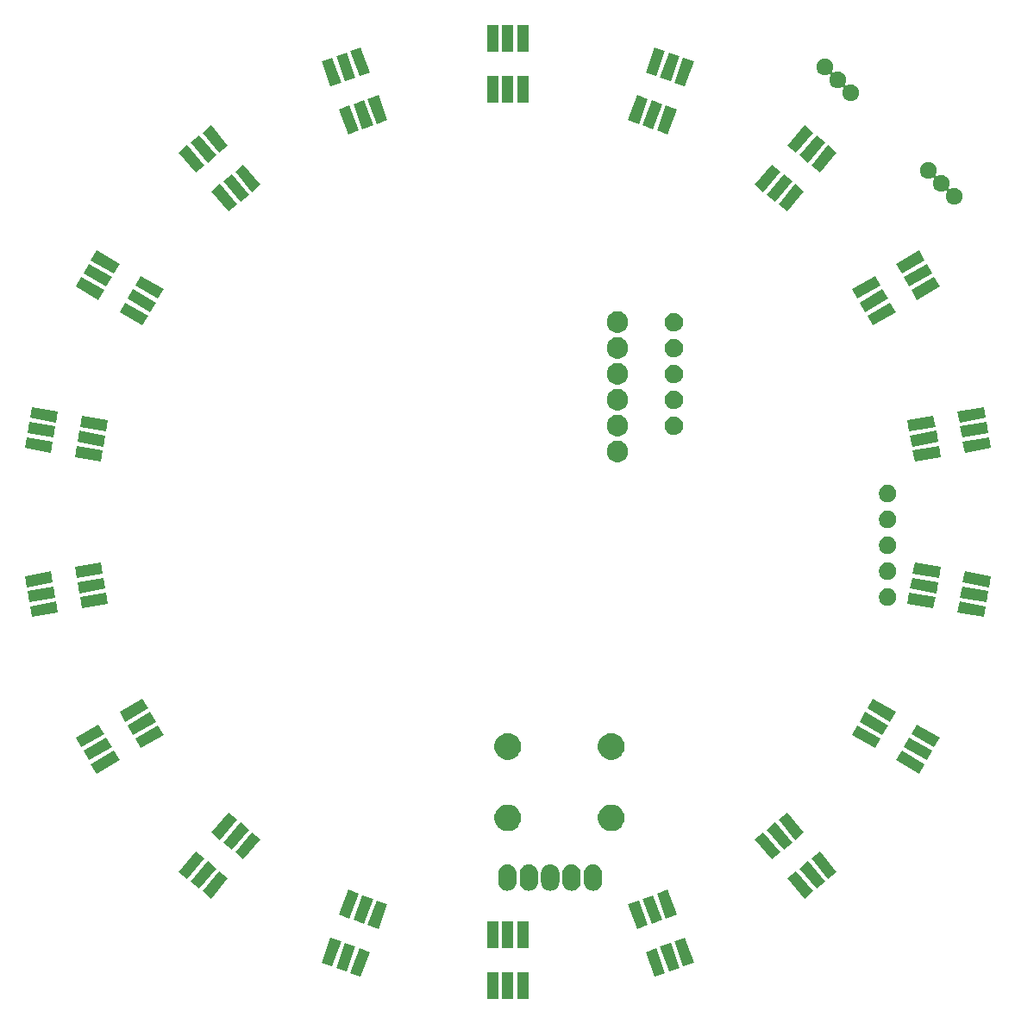
<source format=gbs>
G04 #@! TF.GenerationSoftware,KiCad,Pcbnew,5.0.2+dfsg1-1*
G04 #@! TF.CreationDate,2020-09-22T14:15:05+02:00*
G04 #@! TF.ProjectId,bal,62616c2e-6b69-4636-9164-5f7063625858,rev?*
G04 #@! TF.SameCoordinates,Original*
G04 #@! TF.FileFunction,Soldermask,Bot*
G04 #@! TF.FilePolarity,Negative*
%FSLAX46Y46*%
G04 Gerber Fmt 4.6, Leading zero omitted, Abs format (unit mm)*
G04 Created by KiCad (PCBNEW 5.0.2+dfsg1-1) date Tue 22 Sep 2020 02:15:05 PM CEST*
%MOMM*%
%LPD*%
G01*
G04 APERTURE LIST*
%ADD10C,0.100000*%
G04 APERTURE END LIST*
D10*
G36*
X129051000Y-152801000D02*
X127949000Y-152801000D01*
X127949000Y-150199000D01*
X129051000Y-150199000D01*
X129051000Y-152801000D01*
X129051000Y-152801000D01*
G37*
G36*
X130551000Y-152801000D02*
X129449000Y-152801000D01*
X129449000Y-150199000D01*
X130551000Y-150199000D01*
X130551000Y-152801000D01*
X130551000Y-152801000D01*
G37*
G36*
X132051000Y-152801000D02*
X130949000Y-152801000D01*
X130949000Y-150199000D01*
X132051000Y-150199000D01*
X132051000Y-152801000D01*
X132051000Y-152801000D01*
G37*
G36*
X116467228Y-148178175D02*
X115577291Y-150623255D01*
X114541750Y-150246349D01*
X115431687Y-147801269D01*
X116467228Y-148178175D01*
X116467228Y-148178175D01*
G37*
G36*
X145458250Y-150246349D02*
X144422709Y-150623255D01*
X143532772Y-148178175D01*
X144568313Y-147801269D01*
X145458250Y-150246349D01*
X145458250Y-150246349D01*
G37*
G36*
X115057689Y-147665145D02*
X114167752Y-150110225D01*
X113132211Y-149733319D01*
X114022148Y-147288239D01*
X115057689Y-147665145D01*
X115057689Y-147665145D01*
G37*
G36*
X146867789Y-149733319D02*
X145832248Y-150110225D01*
X144942311Y-147665145D01*
X145977852Y-147288239D01*
X146867789Y-149733319D01*
X146867789Y-149733319D01*
G37*
G36*
X113648150Y-147152114D02*
X112758213Y-149597194D01*
X111722672Y-149220288D01*
X112612609Y-146775208D01*
X113648150Y-147152114D01*
X113648150Y-147152114D01*
G37*
G36*
X148277328Y-149220288D02*
X147241787Y-149597194D01*
X146351850Y-147152114D01*
X147387391Y-146775208D01*
X148277328Y-149220288D01*
X148277328Y-149220288D01*
G37*
G36*
X132051000Y-147801000D02*
X130949000Y-147801000D01*
X130949000Y-145199000D01*
X132051000Y-145199000D01*
X132051000Y-147801000D01*
X132051000Y-147801000D01*
G37*
G36*
X129051000Y-147801000D02*
X127949000Y-147801000D01*
X127949000Y-145199000D01*
X129051000Y-145199000D01*
X129051000Y-147801000D01*
X129051000Y-147801000D01*
G37*
G36*
X130551000Y-147801000D02*
X129449000Y-147801000D01*
X129449000Y-145199000D01*
X130551000Y-145199000D01*
X130551000Y-147801000D01*
X130551000Y-147801000D01*
G37*
G36*
X118177328Y-143479712D02*
X117287391Y-145924792D01*
X116251850Y-145547886D01*
X117141787Y-143102806D01*
X118177328Y-143479712D01*
X118177328Y-143479712D01*
G37*
G36*
X143748150Y-145547886D02*
X142712609Y-145924792D01*
X141822672Y-143479712D01*
X142858213Y-143102806D01*
X143748150Y-145547886D01*
X143748150Y-145547886D01*
G37*
G36*
X116767789Y-142966681D02*
X115877852Y-145411761D01*
X114842311Y-145034855D01*
X115732248Y-142589775D01*
X116767789Y-142966681D01*
X116767789Y-142966681D01*
G37*
G36*
X145157689Y-145034855D02*
X144122148Y-145411761D01*
X143232211Y-142966681D01*
X144267752Y-142589775D01*
X145157689Y-145034855D01*
X145157689Y-145034855D01*
G37*
G36*
X115358250Y-142453651D02*
X114468313Y-144898731D01*
X113432772Y-144521825D01*
X114322709Y-142076745D01*
X115358250Y-142453651D01*
X115358250Y-142453651D01*
G37*
G36*
X146567228Y-144521825D02*
X145531687Y-144898731D01*
X144641750Y-142453651D01*
X145677291Y-142076745D01*
X146567228Y-144521825D01*
X146567228Y-144521825D01*
G37*
G36*
X102520455Y-140946845D02*
X100847922Y-142940093D01*
X100003741Y-142231741D01*
X101676274Y-140238493D01*
X102520455Y-140946845D01*
X102520455Y-140946845D01*
G37*
G36*
X159996259Y-142231741D02*
X159152078Y-142940093D01*
X157479545Y-140946845D01*
X158323726Y-140238493D01*
X159996259Y-142231741D01*
X159996259Y-142231741D01*
G37*
G36*
X130139426Y-139580437D02*
X130252652Y-139614784D01*
X130309266Y-139631957D01*
X130465789Y-139715621D01*
X130602986Y-139828214D01*
X130686248Y-139929671D01*
X130715578Y-139965409D01*
X130715579Y-139965411D01*
X130799243Y-140121933D01*
X130816416Y-140178547D01*
X130850763Y-140291773D01*
X130863800Y-140424142D01*
X130863800Y-141312658D01*
X130850763Y-141445027D01*
X130812123Y-141572406D01*
X130799243Y-141614867D01*
X130725148Y-141753487D01*
X130715578Y-141771391D01*
X130686248Y-141807129D01*
X130602986Y-141908586D01*
X130520949Y-141975911D01*
X130465791Y-142021178D01*
X130465789Y-142021179D01*
X130309267Y-142104843D01*
X130252653Y-142122016D01*
X130139427Y-142156363D01*
X129962800Y-142173759D01*
X129786174Y-142156363D01*
X129672948Y-142122016D01*
X129616334Y-142104843D01*
X129459812Y-142021179D01*
X129459810Y-142021178D01*
X129404652Y-141975911D01*
X129322615Y-141908586D01*
X129239353Y-141807129D01*
X129210023Y-141771391D01*
X129200453Y-141753487D01*
X129126358Y-141614867D01*
X129109185Y-141558253D01*
X129074838Y-141445027D01*
X129061800Y-141312658D01*
X129061800Y-140424143D01*
X129074837Y-140291774D01*
X129126357Y-140121935D01*
X129126357Y-140121934D01*
X129210021Y-139965411D01*
X129322614Y-139828214D01*
X129424071Y-139744952D01*
X129459809Y-139715622D01*
X129477713Y-139706052D01*
X129616333Y-139631957D01*
X129672947Y-139614784D01*
X129786173Y-139580437D01*
X129962800Y-139563041D01*
X130139426Y-139580437D01*
X130139426Y-139580437D01*
G37*
G36*
X138539426Y-139580437D02*
X138652652Y-139614784D01*
X138709266Y-139631957D01*
X138865789Y-139715621D01*
X139002986Y-139828214D01*
X139086248Y-139929671D01*
X139115578Y-139965409D01*
X139115579Y-139965411D01*
X139199243Y-140121933D01*
X139216416Y-140178547D01*
X139250763Y-140291773D01*
X139263800Y-140424142D01*
X139263800Y-141312658D01*
X139250763Y-141445027D01*
X139212123Y-141572406D01*
X139199243Y-141614867D01*
X139125148Y-141753487D01*
X139115578Y-141771391D01*
X139086248Y-141807129D01*
X139002986Y-141908586D01*
X138920949Y-141975911D01*
X138865791Y-142021178D01*
X138865789Y-142021179D01*
X138709267Y-142104843D01*
X138652653Y-142122016D01*
X138539427Y-142156363D01*
X138362800Y-142173759D01*
X138186174Y-142156363D01*
X138072948Y-142122016D01*
X138016334Y-142104843D01*
X137859812Y-142021179D01*
X137859810Y-142021178D01*
X137804652Y-141975911D01*
X137722615Y-141908586D01*
X137639353Y-141807129D01*
X137610023Y-141771391D01*
X137600453Y-141753487D01*
X137526358Y-141614867D01*
X137509185Y-141558253D01*
X137474838Y-141445027D01*
X137461800Y-141312658D01*
X137461800Y-140424143D01*
X137474837Y-140291774D01*
X137526357Y-140121935D01*
X137526357Y-140121934D01*
X137610021Y-139965411D01*
X137722614Y-139828214D01*
X137824071Y-139744952D01*
X137859809Y-139715622D01*
X137877713Y-139706052D01*
X138016333Y-139631957D01*
X138072947Y-139614784D01*
X138186173Y-139580437D01*
X138362800Y-139563041D01*
X138539426Y-139580437D01*
X138539426Y-139580437D01*
G37*
G36*
X136439426Y-139580437D02*
X136552652Y-139614784D01*
X136609266Y-139631957D01*
X136765789Y-139715621D01*
X136902986Y-139828214D01*
X136986248Y-139929671D01*
X137015578Y-139965409D01*
X137015579Y-139965411D01*
X137099243Y-140121933D01*
X137116416Y-140178547D01*
X137150763Y-140291773D01*
X137163800Y-140424142D01*
X137163800Y-141312658D01*
X137150763Y-141445027D01*
X137112123Y-141572406D01*
X137099243Y-141614867D01*
X137025148Y-141753487D01*
X137015578Y-141771391D01*
X136986248Y-141807129D01*
X136902986Y-141908586D01*
X136820949Y-141975911D01*
X136765791Y-142021178D01*
X136765789Y-142021179D01*
X136609267Y-142104843D01*
X136552653Y-142122016D01*
X136439427Y-142156363D01*
X136262800Y-142173759D01*
X136086174Y-142156363D01*
X135972948Y-142122016D01*
X135916334Y-142104843D01*
X135759812Y-142021179D01*
X135759810Y-142021178D01*
X135704652Y-141975911D01*
X135622615Y-141908586D01*
X135539353Y-141807129D01*
X135510023Y-141771391D01*
X135500453Y-141753487D01*
X135426358Y-141614867D01*
X135409185Y-141558253D01*
X135374838Y-141445027D01*
X135361800Y-141312658D01*
X135361800Y-140424143D01*
X135374837Y-140291774D01*
X135426357Y-140121935D01*
X135426357Y-140121934D01*
X135510021Y-139965411D01*
X135622614Y-139828214D01*
X135724071Y-139744952D01*
X135759809Y-139715622D01*
X135777713Y-139706052D01*
X135916333Y-139631957D01*
X135972947Y-139614784D01*
X136086173Y-139580437D01*
X136262800Y-139563041D01*
X136439426Y-139580437D01*
X136439426Y-139580437D01*
G37*
G36*
X134339426Y-139580437D02*
X134452652Y-139614784D01*
X134509266Y-139631957D01*
X134665789Y-139715621D01*
X134802986Y-139828214D01*
X134886248Y-139929671D01*
X134915578Y-139965409D01*
X134915579Y-139965411D01*
X134999243Y-140121933D01*
X135016416Y-140178547D01*
X135050763Y-140291773D01*
X135063800Y-140424142D01*
X135063800Y-141312658D01*
X135050763Y-141445027D01*
X135012123Y-141572406D01*
X134999243Y-141614867D01*
X134925148Y-141753487D01*
X134915578Y-141771391D01*
X134886248Y-141807129D01*
X134802986Y-141908586D01*
X134720949Y-141975911D01*
X134665791Y-142021178D01*
X134665789Y-142021179D01*
X134509267Y-142104843D01*
X134452653Y-142122016D01*
X134339427Y-142156363D01*
X134162800Y-142173759D01*
X133986174Y-142156363D01*
X133872948Y-142122016D01*
X133816334Y-142104843D01*
X133659812Y-142021179D01*
X133659810Y-142021178D01*
X133604652Y-141975911D01*
X133522615Y-141908586D01*
X133439353Y-141807129D01*
X133410023Y-141771391D01*
X133400453Y-141753487D01*
X133326358Y-141614867D01*
X133309185Y-141558253D01*
X133274838Y-141445027D01*
X133261800Y-141312658D01*
X133261800Y-140424143D01*
X133274837Y-140291774D01*
X133326357Y-140121935D01*
X133326357Y-140121934D01*
X133410021Y-139965411D01*
X133522614Y-139828214D01*
X133624071Y-139744952D01*
X133659809Y-139715622D01*
X133677713Y-139706052D01*
X133816333Y-139631957D01*
X133872947Y-139614784D01*
X133986173Y-139580437D01*
X134162800Y-139563041D01*
X134339426Y-139580437D01*
X134339426Y-139580437D01*
G37*
G36*
X132239426Y-139580437D02*
X132352652Y-139614784D01*
X132409266Y-139631957D01*
X132565789Y-139715621D01*
X132702986Y-139828214D01*
X132786248Y-139929671D01*
X132815578Y-139965409D01*
X132815579Y-139965411D01*
X132899243Y-140121933D01*
X132916416Y-140178547D01*
X132950763Y-140291773D01*
X132963800Y-140424142D01*
X132963800Y-141312658D01*
X132950763Y-141445027D01*
X132912123Y-141572406D01*
X132899243Y-141614867D01*
X132825148Y-141753487D01*
X132815578Y-141771391D01*
X132786248Y-141807129D01*
X132702986Y-141908586D01*
X132620949Y-141975911D01*
X132565791Y-142021178D01*
X132565789Y-142021179D01*
X132409267Y-142104843D01*
X132352653Y-142122016D01*
X132239427Y-142156363D01*
X132062800Y-142173759D01*
X131886174Y-142156363D01*
X131772948Y-142122016D01*
X131716334Y-142104843D01*
X131559812Y-142021179D01*
X131559810Y-142021178D01*
X131504652Y-141975911D01*
X131422615Y-141908586D01*
X131339353Y-141807129D01*
X131310023Y-141771391D01*
X131300453Y-141753487D01*
X131226358Y-141614867D01*
X131209185Y-141558253D01*
X131174838Y-141445027D01*
X131161800Y-141312658D01*
X131161800Y-140424143D01*
X131174837Y-140291774D01*
X131226357Y-140121935D01*
X131226357Y-140121934D01*
X131310021Y-139965411D01*
X131422614Y-139828214D01*
X131524071Y-139744952D01*
X131559809Y-139715622D01*
X131577713Y-139706052D01*
X131716333Y-139631957D01*
X131772947Y-139614784D01*
X131886173Y-139580437D01*
X132062800Y-139563041D01*
X132239426Y-139580437D01*
X132239426Y-139580437D01*
G37*
G36*
X161145326Y-141267559D02*
X160301145Y-141975911D01*
X158628612Y-139982663D01*
X159472793Y-139274311D01*
X161145326Y-141267559D01*
X161145326Y-141267559D01*
G37*
G36*
X101371388Y-139982663D02*
X99698855Y-141975911D01*
X98854674Y-141267559D01*
X100527207Y-139274311D01*
X101371388Y-139982663D01*
X101371388Y-139982663D01*
G37*
G36*
X162294393Y-140303378D02*
X161450212Y-141011730D01*
X159777679Y-139018482D01*
X160621860Y-138310130D01*
X162294393Y-140303378D01*
X162294393Y-140303378D01*
G37*
G36*
X100222321Y-139018482D02*
X98549788Y-141011730D01*
X97705607Y-140303378D01*
X99378140Y-138310130D01*
X100222321Y-139018482D01*
X100222321Y-139018482D01*
G37*
G36*
X105734393Y-137116622D02*
X104061860Y-139109870D01*
X103217679Y-138401518D01*
X104890212Y-136408270D01*
X105734393Y-137116622D01*
X105734393Y-137116622D01*
G37*
G36*
X156782321Y-138401518D02*
X155938140Y-139109870D01*
X154265607Y-137116622D01*
X155109788Y-136408270D01*
X156782321Y-138401518D01*
X156782321Y-138401518D01*
G37*
G36*
X104585326Y-136152441D02*
X102912793Y-138145689D01*
X102068612Y-137437337D01*
X103741145Y-135444089D01*
X104585326Y-136152441D01*
X104585326Y-136152441D01*
G37*
G36*
X157931388Y-137437337D02*
X157087207Y-138145689D01*
X155414674Y-136152441D01*
X156258855Y-135444089D01*
X157931388Y-137437337D01*
X157931388Y-137437337D01*
G37*
G36*
X103436259Y-135188259D02*
X101763726Y-137181507D01*
X100919545Y-136473155D01*
X102592078Y-134479907D01*
X103436259Y-135188259D01*
X103436259Y-135188259D01*
G37*
G36*
X159080455Y-136473155D02*
X158236274Y-137181507D01*
X156563741Y-135188259D01*
X157407922Y-134479907D01*
X159080455Y-136473155D01*
X159080455Y-136473155D01*
G37*
G36*
X140539485Y-133748996D02*
X140539487Y-133748997D01*
X140539488Y-133748997D01*
X140776255Y-133847069D01*
X140989342Y-133989449D01*
X141170551Y-134170658D01*
X141170553Y-134170661D01*
X141312931Y-134383745D01*
X141352763Y-134479907D01*
X141411004Y-134620515D01*
X141461000Y-134871861D01*
X141461000Y-135128139D01*
X141411004Y-135379485D01*
X141312931Y-135616255D01*
X141170551Y-135829342D01*
X140989342Y-136010551D01*
X140989339Y-136010553D01*
X140776255Y-136152931D01*
X140539488Y-136251003D01*
X140539487Y-136251003D01*
X140539485Y-136251004D01*
X140288139Y-136301000D01*
X140031861Y-136301000D01*
X139780515Y-136251004D01*
X139780513Y-136251003D01*
X139780512Y-136251003D01*
X139543745Y-136152931D01*
X139330661Y-136010553D01*
X139330658Y-136010551D01*
X139149449Y-135829342D01*
X139007069Y-135616255D01*
X138908996Y-135379485D01*
X138859000Y-135128139D01*
X138859000Y-134871861D01*
X138908996Y-134620515D01*
X138967238Y-134479907D01*
X139007069Y-134383745D01*
X139149447Y-134170661D01*
X139149449Y-134170658D01*
X139330658Y-133989449D01*
X139543745Y-133847069D01*
X139780512Y-133748997D01*
X139780513Y-133748997D01*
X139780515Y-133748996D01*
X140031861Y-133699000D01*
X140288139Y-133699000D01*
X140539485Y-133748996D01*
X140539485Y-133748996D01*
G37*
G36*
X130379485Y-133748996D02*
X130379487Y-133748997D01*
X130379488Y-133748997D01*
X130616255Y-133847069D01*
X130829342Y-133989449D01*
X131010551Y-134170658D01*
X131010553Y-134170661D01*
X131152931Y-134383745D01*
X131192763Y-134479907D01*
X131251004Y-134620515D01*
X131301000Y-134871861D01*
X131301000Y-135128139D01*
X131251004Y-135379485D01*
X131152931Y-135616255D01*
X131010551Y-135829342D01*
X130829342Y-136010551D01*
X130829339Y-136010553D01*
X130616255Y-136152931D01*
X130379488Y-136251003D01*
X130379487Y-136251003D01*
X130379485Y-136251004D01*
X130128139Y-136301000D01*
X129871861Y-136301000D01*
X129620515Y-136251004D01*
X129620513Y-136251003D01*
X129620512Y-136251003D01*
X129383745Y-136152931D01*
X129170661Y-136010553D01*
X129170658Y-136010551D01*
X128989449Y-135829342D01*
X128847069Y-135616255D01*
X128748996Y-135379485D01*
X128699000Y-135128139D01*
X128699000Y-134871861D01*
X128748996Y-134620515D01*
X128807238Y-134479907D01*
X128847069Y-134383745D01*
X128989447Y-134170661D01*
X128989449Y-134170658D01*
X129170658Y-133989449D01*
X129383745Y-133847069D01*
X129620512Y-133748997D01*
X129620513Y-133748997D01*
X129620515Y-133748996D01*
X129871861Y-133699000D01*
X130128139Y-133699000D01*
X130379485Y-133748996D01*
X130379485Y-133748996D01*
G37*
G36*
X91877135Y-129375718D02*
X89623737Y-130676718D01*
X89072737Y-129722358D01*
X91326135Y-128421358D01*
X91877135Y-129375718D01*
X91877135Y-129375718D01*
G37*
G36*
X170927263Y-129722358D02*
X170376263Y-130676718D01*
X168122865Y-129375718D01*
X168673865Y-128421358D01*
X170927263Y-129722358D01*
X170927263Y-129722358D01*
G37*
G36*
X91127135Y-128076680D02*
X88873737Y-129377680D01*
X88322737Y-128423320D01*
X90576135Y-127122320D01*
X91127135Y-128076680D01*
X91127135Y-128076680D01*
G37*
G36*
X171677263Y-128423320D02*
X171126263Y-129377680D01*
X168872865Y-128076680D01*
X169423865Y-127122320D01*
X171677263Y-128423320D01*
X171677263Y-128423320D01*
G37*
G36*
X130379485Y-126748996D02*
X130379487Y-126748997D01*
X130379488Y-126748997D01*
X130448643Y-126777642D01*
X130616255Y-126847069D01*
X130829342Y-126989449D01*
X131010551Y-127170658D01*
X131152931Y-127383745D01*
X131251004Y-127620515D01*
X131301000Y-127871861D01*
X131301000Y-128128139D01*
X131251004Y-128379485D01*
X131152931Y-128616255D01*
X131010551Y-128829342D01*
X130829342Y-129010551D01*
X130829339Y-129010553D01*
X130616255Y-129152931D01*
X130379488Y-129251003D01*
X130379487Y-129251003D01*
X130379485Y-129251004D01*
X130128139Y-129301000D01*
X129871861Y-129301000D01*
X129620515Y-129251004D01*
X129620513Y-129251003D01*
X129620512Y-129251003D01*
X129383745Y-129152931D01*
X129170661Y-129010553D01*
X129170658Y-129010551D01*
X128989449Y-128829342D01*
X128847069Y-128616255D01*
X128748996Y-128379485D01*
X128699000Y-128128139D01*
X128699000Y-127871861D01*
X128748996Y-127620515D01*
X128847069Y-127383745D01*
X128989449Y-127170658D01*
X129170658Y-126989449D01*
X129383745Y-126847069D01*
X129551357Y-126777642D01*
X129620512Y-126748997D01*
X129620513Y-126748997D01*
X129620515Y-126748996D01*
X129871861Y-126699000D01*
X130128139Y-126699000D01*
X130379485Y-126748996D01*
X130379485Y-126748996D01*
G37*
G36*
X140539485Y-126748996D02*
X140539487Y-126748997D01*
X140539488Y-126748997D01*
X140608643Y-126777642D01*
X140776255Y-126847069D01*
X140989342Y-126989449D01*
X141170551Y-127170658D01*
X141312931Y-127383745D01*
X141411004Y-127620515D01*
X141461000Y-127871861D01*
X141461000Y-128128139D01*
X141411004Y-128379485D01*
X141312931Y-128616255D01*
X141170551Y-128829342D01*
X140989342Y-129010551D01*
X140989339Y-129010553D01*
X140776255Y-129152931D01*
X140539488Y-129251003D01*
X140539487Y-129251003D01*
X140539485Y-129251004D01*
X140288139Y-129301000D01*
X140031861Y-129301000D01*
X139780515Y-129251004D01*
X139780513Y-129251003D01*
X139780512Y-129251003D01*
X139543745Y-129152931D01*
X139330661Y-129010553D01*
X139330658Y-129010551D01*
X139149449Y-128829342D01*
X139007069Y-128616255D01*
X138908996Y-128379485D01*
X138859000Y-128128139D01*
X138859000Y-127871861D01*
X138908996Y-127620515D01*
X139007069Y-127383745D01*
X139149449Y-127170658D01*
X139330658Y-126989449D01*
X139543745Y-126847069D01*
X139711357Y-126777642D01*
X139780512Y-126748997D01*
X139780513Y-126748997D01*
X139780515Y-126748996D01*
X140031861Y-126699000D01*
X140288139Y-126699000D01*
X140539485Y-126748996D01*
X140539485Y-126748996D01*
G37*
G36*
X166597135Y-127222358D02*
X166046135Y-128176718D01*
X163792737Y-126875718D01*
X164343737Y-125921358D01*
X166597135Y-127222358D01*
X166597135Y-127222358D01*
G37*
G36*
X96207263Y-126875718D02*
X93953865Y-128176718D01*
X93402865Y-127222358D01*
X95656263Y-125921358D01*
X96207263Y-126875718D01*
X96207263Y-126875718D01*
G37*
G36*
X172427263Y-127124282D02*
X171876263Y-128078642D01*
X169622865Y-126777642D01*
X170173865Y-125823282D01*
X172427263Y-127124282D01*
X172427263Y-127124282D01*
G37*
G36*
X90377135Y-126777642D02*
X88123737Y-128078642D01*
X87572737Y-127124282D01*
X89826135Y-125823282D01*
X90377135Y-126777642D01*
X90377135Y-126777642D01*
G37*
G36*
X167347135Y-125923320D02*
X166796135Y-126877680D01*
X164542737Y-125576680D01*
X165093737Y-124622320D01*
X167347135Y-125923320D01*
X167347135Y-125923320D01*
G37*
G36*
X95457263Y-125576680D02*
X93203865Y-126877680D01*
X92652865Y-125923320D01*
X94906263Y-124622320D01*
X95457263Y-125576680D01*
X95457263Y-125576680D01*
G37*
G36*
X94707263Y-124277642D02*
X92453865Y-125578642D01*
X91902865Y-124624282D01*
X94156263Y-123323282D01*
X94707263Y-124277642D01*
X94707263Y-124277642D01*
G37*
G36*
X168097135Y-124624282D02*
X167546135Y-125578642D01*
X165292737Y-124277642D01*
X165843737Y-123323282D01*
X168097135Y-124624282D01*
X168097135Y-124624282D01*
G37*
G36*
X176908462Y-114234619D02*
X176717102Y-115319877D01*
X174154632Y-114868045D01*
X174345992Y-113782787D01*
X176908462Y-114234619D01*
X176908462Y-114234619D01*
G37*
G36*
X85845368Y-114868045D02*
X83282898Y-115319877D01*
X83091538Y-114234619D01*
X85654008Y-113782787D01*
X85845368Y-114868045D01*
X85845368Y-114868045D01*
G37*
G36*
X90769407Y-113999804D02*
X88206937Y-114451636D01*
X88015577Y-113366378D01*
X90578047Y-112914546D01*
X90769407Y-113999804D01*
X90769407Y-113999804D01*
G37*
G36*
X171984423Y-113366378D02*
X171793063Y-114451636D01*
X169230593Y-113999804D01*
X169421953Y-112914546D01*
X171984423Y-113366378D01*
X171984423Y-113366378D01*
G37*
G36*
X167532628Y-112516503D02*
X167687500Y-112580653D01*
X167826881Y-112673785D01*
X167945415Y-112792319D01*
X168038547Y-112931700D01*
X168102697Y-113086572D01*
X168135400Y-113250984D01*
X168135400Y-113418616D01*
X168102697Y-113583028D01*
X168038547Y-113737900D01*
X167945415Y-113877281D01*
X167826881Y-113995815D01*
X167687500Y-114088947D01*
X167532628Y-114153097D01*
X167368216Y-114185800D01*
X167200584Y-114185800D01*
X167036172Y-114153097D01*
X166881300Y-114088947D01*
X166741919Y-113995815D01*
X166623385Y-113877281D01*
X166530253Y-113737900D01*
X166466103Y-113583028D01*
X166433400Y-113418616D01*
X166433400Y-113250984D01*
X166466103Y-113086572D01*
X166530253Y-112931700D01*
X166623385Y-112792319D01*
X166741919Y-112673785D01*
X166881300Y-112580653D01*
X167036172Y-112516503D01*
X167200584Y-112483800D01*
X167368216Y-112483800D01*
X167532628Y-112516503D01*
X167532628Y-112516503D01*
G37*
G36*
X85584896Y-113390833D02*
X83022426Y-113842665D01*
X82831066Y-112757407D01*
X85393536Y-112305575D01*
X85584896Y-113390833D01*
X85584896Y-113390833D01*
G37*
G36*
X177168934Y-112757407D02*
X176977574Y-113842665D01*
X174415104Y-113390833D01*
X174606464Y-112305575D01*
X177168934Y-112757407D01*
X177168934Y-112757407D01*
G37*
G36*
X172244896Y-111889167D02*
X172053536Y-112974425D01*
X169491066Y-112522593D01*
X169682426Y-111437335D01*
X172244896Y-111889167D01*
X172244896Y-111889167D01*
G37*
G36*
X90508934Y-112522593D02*
X87946464Y-112974425D01*
X87755104Y-111889167D01*
X90317574Y-111437335D01*
X90508934Y-112522593D01*
X90508934Y-112522593D01*
G37*
G36*
X85324423Y-111913622D02*
X82761953Y-112365454D01*
X82570593Y-111280196D01*
X85133063Y-110828364D01*
X85324423Y-111913622D01*
X85324423Y-111913622D01*
G37*
G36*
X177429407Y-111280196D02*
X177238047Y-112365454D01*
X174675577Y-111913622D01*
X174866937Y-110828364D01*
X177429407Y-111280196D01*
X177429407Y-111280196D01*
G37*
G36*
X167532628Y-109976503D02*
X167687500Y-110040653D01*
X167826881Y-110133785D01*
X167945415Y-110252319D01*
X168038547Y-110391700D01*
X168102697Y-110546572D01*
X168135400Y-110710984D01*
X168135400Y-110878616D01*
X168102697Y-111043028D01*
X168038547Y-111197900D01*
X167945415Y-111337281D01*
X167826881Y-111455815D01*
X167687500Y-111548947D01*
X167532628Y-111613097D01*
X167368216Y-111645800D01*
X167200584Y-111645800D01*
X167036172Y-111613097D01*
X166881300Y-111548947D01*
X166741919Y-111455815D01*
X166623385Y-111337281D01*
X166530253Y-111197900D01*
X166466103Y-111043028D01*
X166433400Y-110878616D01*
X166433400Y-110710984D01*
X166466103Y-110546572D01*
X166530253Y-110391700D01*
X166623385Y-110252319D01*
X166741919Y-110133785D01*
X166881300Y-110040653D01*
X167036172Y-109976503D01*
X167200584Y-109943800D01*
X167368216Y-109943800D01*
X167532628Y-109976503D01*
X167532628Y-109976503D01*
G37*
G36*
X90248462Y-111045381D02*
X87685992Y-111497213D01*
X87494632Y-110411955D01*
X90057102Y-109960123D01*
X90248462Y-111045381D01*
X90248462Y-111045381D01*
G37*
G36*
X172505368Y-110411955D02*
X172314008Y-111497213D01*
X169751538Y-111045381D01*
X169942898Y-109960123D01*
X172505368Y-110411955D01*
X172505368Y-110411955D01*
G37*
G36*
X167532628Y-107436503D02*
X167687500Y-107500653D01*
X167826881Y-107593785D01*
X167945415Y-107712319D01*
X168038547Y-107851700D01*
X168102697Y-108006572D01*
X168135400Y-108170984D01*
X168135400Y-108338616D01*
X168102697Y-108503028D01*
X168038547Y-108657900D01*
X167945415Y-108797281D01*
X167826881Y-108915815D01*
X167687500Y-109008947D01*
X167532628Y-109073097D01*
X167368216Y-109105800D01*
X167200584Y-109105800D01*
X167036172Y-109073097D01*
X166881300Y-109008947D01*
X166741919Y-108915815D01*
X166623385Y-108797281D01*
X166530253Y-108657900D01*
X166466103Y-108503028D01*
X166433400Y-108338616D01*
X166433400Y-108170984D01*
X166466103Y-108006572D01*
X166530253Y-107851700D01*
X166623385Y-107712319D01*
X166741919Y-107593785D01*
X166881300Y-107500653D01*
X167036172Y-107436503D01*
X167200584Y-107403800D01*
X167368216Y-107403800D01*
X167532628Y-107436503D01*
X167532628Y-107436503D01*
G37*
G36*
X167532628Y-104896503D02*
X167687500Y-104960653D01*
X167826881Y-105053785D01*
X167945415Y-105172319D01*
X168038547Y-105311700D01*
X168102697Y-105466572D01*
X168135400Y-105630984D01*
X168135400Y-105798616D01*
X168102697Y-105963028D01*
X168038547Y-106117900D01*
X167945415Y-106257281D01*
X167826881Y-106375815D01*
X167687500Y-106468947D01*
X167532628Y-106533097D01*
X167368216Y-106565800D01*
X167200584Y-106565800D01*
X167036172Y-106533097D01*
X166881300Y-106468947D01*
X166741919Y-106375815D01*
X166623385Y-106257281D01*
X166530253Y-106117900D01*
X166466103Y-105963028D01*
X166433400Y-105798616D01*
X166433400Y-105630984D01*
X166466103Y-105466572D01*
X166530253Y-105311700D01*
X166623385Y-105172319D01*
X166741919Y-105053785D01*
X166881300Y-104960653D01*
X167036172Y-104896503D01*
X167200584Y-104863800D01*
X167368216Y-104863800D01*
X167532628Y-104896503D01*
X167532628Y-104896503D01*
G37*
G36*
X167532628Y-102356503D02*
X167687500Y-102420653D01*
X167826881Y-102513785D01*
X167945415Y-102632319D01*
X168038547Y-102771700D01*
X168102697Y-102926572D01*
X168135400Y-103090984D01*
X168135400Y-103258616D01*
X168102697Y-103423028D01*
X168038547Y-103577900D01*
X167945415Y-103717281D01*
X167826881Y-103835815D01*
X167687500Y-103928947D01*
X167532628Y-103993097D01*
X167368216Y-104025800D01*
X167200584Y-104025800D01*
X167036172Y-103993097D01*
X166881300Y-103928947D01*
X166741919Y-103835815D01*
X166623385Y-103717281D01*
X166530253Y-103577900D01*
X166466103Y-103423028D01*
X166433400Y-103258616D01*
X166433400Y-103090984D01*
X166466103Y-102926572D01*
X166530253Y-102771700D01*
X166623385Y-102632319D01*
X166741919Y-102513785D01*
X166881300Y-102420653D01*
X167036172Y-102356503D01*
X167200584Y-102323800D01*
X167368216Y-102323800D01*
X167532628Y-102356503D01*
X167532628Y-102356503D01*
G37*
G36*
X141073365Y-98049389D02*
X141264634Y-98128615D01*
X141436776Y-98243637D01*
X141583163Y-98390024D01*
X141698185Y-98562166D01*
X141777411Y-98753435D01*
X141817800Y-98956484D01*
X141817800Y-99163516D01*
X141777411Y-99366565D01*
X141698185Y-99557834D01*
X141583163Y-99729976D01*
X141436776Y-99876363D01*
X141264634Y-99991385D01*
X141073365Y-100070611D01*
X140870316Y-100111000D01*
X140663284Y-100111000D01*
X140460235Y-100070611D01*
X140268966Y-99991385D01*
X140096824Y-99876363D01*
X139950437Y-99729976D01*
X139835415Y-99557834D01*
X139756189Y-99366565D01*
X139715800Y-99163516D01*
X139715800Y-98956484D01*
X139756189Y-98753435D01*
X139835415Y-98562166D01*
X139950437Y-98390024D01*
X140096824Y-98243637D01*
X140268966Y-98128615D01*
X140460235Y-98049389D01*
X140663284Y-98009000D01*
X140870316Y-98009000D01*
X141073365Y-98049389D01*
X141073365Y-98049389D01*
G37*
G36*
X90248462Y-98954619D02*
X90057102Y-100039877D01*
X87494632Y-99588045D01*
X87685992Y-98502787D01*
X90248462Y-98954619D01*
X90248462Y-98954619D01*
G37*
G36*
X172505368Y-99588045D02*
X169942898Y-100039877D01*
X169751538Y-98954619D01*
X172314008Y-98502787D01*
X172505368Y-99588045D01*
X172505368Y-99588045D01*
G37*
G36*
X85324423Y-98086378D02*
X85133063Y-99171636D01*
X82570593Y-98719804D01*
X82761953Y-97634546D01*
X85324423Y-98086378D01*
X85324423Y-98086378D01*
G37*
G36*
X177429407Y-98719804D02*
X174866937Y-99171636D01*
X174675577Y-98086378D01*
X177238047Y-97634546D01*
X177429407Y-98719804D01*
X177429407Y-98719804D01*
G37*
G36*
X172244896Y-98110833D02*
X169682426Y-98562665D01*
X169491066Y-97477407D01*
X172053536Y-97025575D01*
X172244896Y-98110833D01*
X172244896Y-98110833D01*
G37*
G36*
X90508934Y-97477407D02*
X90317574Y-98562665D01*
X87755104Y-98110833D01*
X87946464Y-97025575D01*
X90508934Y-97477407D01*
X90508934Y-97477407D01*
G37*
G36*
X85584896Y-96609167D02*
X85393536Y-97694425D01*
X82831066Y-97242593D01*
X83022426Y-96157335D01*
X85584896Y-96609167D01*
X85584896Y-96609167D01*
G37*
G36*
X177168934Y-97242593D02*
X174606464Y-97694425D01*
X174415104Y-96609167D01*
X176977574Y-96157335D01*
X177168934Y-97242593D01*
X177168934Y-97242593D01*
G37*
G36*
X141073365Y-95509389D02*
X141264634Y-95588615D01*
X141436776Y-95703637D01*
X141583163Y-95850024D01*
X141698185Y-96022166D01*
X141777411Y-96213435D01*
X141817800Y-96416484D01*
X141817800Y-96623516D01*
X141777411Y-96826565D01*
X141698185Y-97017834D01*
X141583163Y-97189976D01*
X141436776Y-97336363D01*
X141264634Y-97451385D01*
X141073365Y-97530611D01*
X140870316Y-97571000D01*
X140663284Y-97571000D01*
X140460235Y-97530611D01*
X140268966Y-97451385D01*
X140096824Y-97336363D01*
X139950437Y-97189976D01*
X139835415Y-97017834D01*
X139756189Y-96826565D01*
X139715800Y-96623516D01*
X139715800Y-96416484D01*
X139756189Y-96213435D01*
X139835415Y-96022166D01*
X139950437Y-95850024D01*
X140096824Y-95703637D01*
X140268966Y-95588615D01*
X140460235Y-95509389D01*
X140663284Y-95469000D01*
X140870316Y-95469000D01*
X141073365Y-95509389D01*
X141073365Y-95509389D01*
G37*
G36*
X146566812Y-95653624D02*
X146730784Y-95721544D01*
X146878354Y-95820147D01*
X147003853Y-95945646D01*
X147102456Y-96093216D01*
X147170376Y-96257188D01*
X147205000Y-96431259D01*
X147205000Y-96608741D01*
X147170376Y-96782812D01*
X147102456Y-96946784D01*
X147003853Y-97094354D01*
X146878354Y-97219853D01*
X146730784Y-97318456D01*
X146566812Y-97386376D01*
X146392741Y-97421000D01*
X146215259Y-97421000D01*
X146041188Y-97386376D01*
X145877216Y-97318456D01*
X145729646Y-97219853D01*
X145604147Y-97094354D01*
X145505544Y-96946784D01*
X145437624Y-96782812D01*
X145403000Y-96608741D01*
X145403000Y-96431259D01*
X145437624Y-96257188D01*
X145505544Y-96093216D01*
X145604147Y-95945646D01*
X145729646Y-95820147D01*
X145877216Y-95721544D01*
X146041188Y-95653624D01*
X146215259Y-95619000D01*
X146392741Y-95619000D01*
X146566812Y-95653624D01*
X146566812Y-95653624D01*
G37*
G36*
X90769407Y-96000196D02*
X90578047Y-97085454D01*
X88015577Y-96633622D01*
X88206937Y-95548364D01*
X90769407Y-96000196D01*
X90769407Y-96000196D01*
G37*
G36*
X171984423Y-96633622D02*
X169421953Y-97085454D01*
X169230593Y-96000196D01*
X171793063Y-95548364D01*
X171984423Y-96633622D01*
X171984423Y-96633622D01*
G37*
G36*
X85845368Y-95131955D02*
X85654008Y-96217213D01*
X83091538Y-95765381D01*
X83282898Y-94680123D01*
X85845368Y-95131955D01*
X85845368Y-95131955D01*
G37*
G36*
X176908462Y-95765381D02*
X174345992Y-96217213D01*
X174154632Y-95131955D01*
X176717102Y-94680123D01*
X176908462Y-95765381D01*
X176908462Y-95765381D01*
G37*
G36*
X141073365Y-92969389D02*
X141264634Y-93048615D01*
X141436776Y-93163637D01*
X141583163Y-93310024D01*
X141698185Y-93482166D01*
X141777411Y-93673435D01*
X141817800Y-93876484D01*
X141817800Y-94083516D01*
X141777411Y-94286565D01*
X141698185Y-94477834D01*
X141583163Y-94649976D01*
X141436776Y-94796363D01*
X141264634Y-94911385D01*
X141073365Y-94990611D01*
X140870316Y-95031000D01*
X140663284Y-95031000D01*
X140460235Y-94990611D01*
X140268966Y-94911385D01*
X140096824Y-94796363D01*
X139950437Y-94649976D01*
X139835415Y-94477834D01*
X139756189Y-94286565D01*
X139715800Y-94083516D01*
X139715800Y-93876484D01*
X139756189Y-93673435D01*
X139835415Y-93482166D01*
X139950437Y-93310024D01*
X140096824Y-93163637D01*
X140268966Y-93048615D01*
X140460235Y-92969389D01*
X140663284Y-92929000D01*
X140870316Y-92929000D01*
X141073365Y-92969389D01*
X141073365Y-92969389D01*
G37*
G36*
X146566812Y-93113624D02*
X146730784Y-93181544D01*
X146878354Y-93280147D01*
X147003853Y-93405646D01*
X147102456Y-93553216D01*
X147170376Y-93717188D01*
X147205000Y-93891259D01*
X147205000Y-94068741D01*
X147170376Y-94242812D01*
X147102456Y-94406784D01*
X147003853Y-94554354D01*
X146878354Y-94679853D01*
X146730784Y-94778456D01*
X146566812Y-94846376D01*
X146392741Y-94881000D01*
X146215259Y-94881000D01*
X146041188Y-94846376D01*
X145877216Y-94778456D01*
X145729646Y-94679853D01*
X145604147Y-94554354D01*
X145505544Y-94406784D01*
X145437624Y-94242812D01*
X145403000Y-94068741D01*
X145403000Y-93891259D01*
X145437624Y-93717188D01*
X145505544Y-93553216D01*
X145604147Y-93405646D01*
X145729646Y-93280147D01*
X145877216Y-93181544D01*
X146041188Y-93113624D01*
X146215259Y-93079000D01*
X146392741Y-93079000D01*
X146566812Y-93113624D01*
X146566812Y-93113624D01*
G37*
G36*
X141073365Y-90429389D02*
X141264634Y-90508615D01*
X141436776Y-90623637D01*
X141583163Y-90770024D01*
X141698185Y-90942166D01*
X141777411Y-91133435D01*
X141817800Y-91336484D01*
X141817800Y-91543516D01*
X141777411Y-91746565D01*
X141698185Y-91937834D01*
X141583163Y-92109976D01*
X141436776Y-92256363D01*
X141264634Y-92371385D01*
X141073365Y-92450611D01*
X140870316Y-92491000D01*
X140663284Y-92491000D01*
X140460235Y-92450611D01*
X140268966Y-92371385D01*
X140096824Y-92256363D01*
X139950437Y-92109976D01*
X139835415Y-91937834D01*
X139756189Y-91746565D01*
X139715800Y-91543516D01*
X139715800Y-91336484D01*
X139756189Y-91133435D01*
X139835415Y-90942166D01*
X139950437Y-90770024D01*
X140096824Y-90623637D01*
X140268966Y-90508615D01*
X140460235Y-90429389D01*
X140663284Y-90389000D01*
X140870316Y-90389000D01*
X141073365Y-90429389D01*
X141073365Y-90429389D01*
G37*
G36*
X146566812Y-90573624D02*
X146730784Y-90641544D01*
X146878354Y-90740147D01*
X147003853Y-90865646D01*
X147102456Y-91013216D01*
X147170376Y-91177188D01*
X147205000Y-91351259D01*
X147205000Y-91528741D01*
X147170376Y-91702812D01*
X147102456Y-91866784D01*
X147003853Y-92014354D01*
X146878354Y-92139853D01*
X146730784Y-92238456D01*
X146566812Y-92306376D01*
X146392741Y-92341000D01*
X146215259Y-92341000D01*
X146041188Y-92306376D01*
X145877216Y-92238456D01*
X145729646Y-92139853D01*
X145604147Y-92014354D01*
X145505544Y-91866784D01*
X145437624Y-91702812D01*
X145403000Y-91528741D01*
X145403000Y-91351259D01*
X145437624Y-91177188D01*
X145505544Y-91013216D01*
X145604147Y-90865646D01*
X145729646Y-90740147D01*
X145877216Y-90641544D01*
X146041188Y-90573624D01*
X146215259Y-90539000D01*
X146392741Y-90539000D01*
X146566812Y-90573624D01*
X146566812Y-90573624D01*
G37*
G36*
X141073365Y-87889389D02*
X141264634Y-87968615D01*
X141436776Y-88083637D01*
X141583163Y-88230024D01*
X141698185Y-88402166D01*
X141777411Y-88593435D01*
X141817800Y-88796484D01*
X141817800Y-89003516D01*
X141777411Y-89206565D01*
X141698185Y-89397834D01*
X141583163Y-89569976D01*
X141436776Y-89716363D01*
X141264634Y-89831385D01*
X141073365Y-89910611D01*
X140870316Y-89951000D01*
X140663284Y-89951000D01*
X140460235Y-89910611D01*
X140268966Y-89831385D01*
X140096824Y-89716363D01*
X139950437Y-89569976D01*
X139835415Y-89397834D01*
X139756189Y-89206565D01*
X139715800Y-89003516D01*
X139715800Y-88796484D01*
X139756189Y-88593435D01*
X139835415Y-88402166D01*
X139950437Y-88230024D01*
X140096824Y-88083637D01*
X140268966Y-87968615D01*
X140460235Y-87889389D01*
X140663284Y-87849000D01*
X140870316Y-87849000D01*
X141073365Y-87889389D01*
X141073365Y-87889389D01*
G37*
G36*
X146566812Y-88033624D02*
X146730784Y-88101544D01*
X146878354Y-88200147D01*
X147003853Y-88325646D01*
X147102456Y-88473216D01*
X147170376Y-88637188D01*
X147205000Y-88811259D01*
X147205000Y-88988741D01*
X147170376Y-89162812D01*
X147102456Y-89326784D01*
X147003853Y-89474354D01*
X146878354Y-89599853D01*
X146730784Y-89698456D01*
X146566812Y-89766376D01*
X146392741Y-89801000D01*
X146215259Y-89801000D01*
X146041188Y-89766376D01*
X145877216Y-89698456D01*
X145729646Y-89599853D01*
X145604147Y-89474354D01*
X145505544Y-89326784D01*
X145437624Y-89162812D01*
X145403000Y-88988741D01*
X145403000Y-88811259D01*
X145437624Y-88637188D01*
X145505544Y-88473216D01*
X145604147Y-88325646D01*
X145729646Y-88200147D01*
X145877216Y-88101544D01*
X146041188Y-88033624D01*
X146215259Y-87999000D01*
X146392741Y-87999000D01*
X146566812Y-88033624D01*
X146566812Y-88033624D01*
G37*
G36*
X141073365Y-85349389D02*
X141264634Y-85428615D01*
X141436776Y-85543637D01*
X141583163Y-85690024D01*
X141698185Y-85862166D01*
X141777411Y-86053435D01*
X141817800Y-86256484D01*
X141817800Y-86463516D01*
X141777411Y-86666565D01*
X141698185Y-86857834D01*
X141583163Y-87029976D01*
X141436776Y-87176363D01*
X141264634Y-87291385D01*
X141073365Y-87370611D01*
X140870316Y-87411000D01*
X140663284Y-87411000D01*
X140460235Y-87370611D01*
X140268966Y-87291385D01*
X140096824Y-87176363D01*
X139950437Y-87029976D01*
X139835415Y-86857834D01*
X139756189Y-86666565D01*
X139715800Y-86463516D01*
X139715800Y-86256484D01*
X139756189Y-86053435D01*
X139835415Y-85862166D01*
X139950437Y-85690024D01*
X140096824Y-85543637D01*
X140268966Y-85428615D01*
X140460235Y-85349389D01*
X140663284Y-85309000D01*
X140870316Y-85309000D01*
X141073365Y-85349389D01*
X141073365Y-85349389D01*
G37*
G36*
X146566812Y-85493624D02*
X146730784Y-85561544D01*
X146878354Y-85660147D01*
X147003853Y-85785646D01*
X147102456Y-85933216D01*
X147170376Y-86097188D01*
X147205000Y-86271259D01*
X147205000Y-86448741D01*
X147170376Y-86622812D01*
X147102456Y-86786784D01*
X147003853Y-86934354D01*
X146878354Y-87059853D01*
X146730784Y-87158456D01*
X146566812Y-87226376D01*
X146392741Y-87261000D01*
X146215259Y-87261000D01*
X146041188Y-87226376D01*
X145877216Y-87158456D01*
X145729646Y-87059853D01*
X145604147Y-86934354D01*
X145505544Y-86786784D01*
X145437624Y-86622812D01*
X145403000Y-86448741D01*
X145403000Y-86271259D01*
X145437624Y-86097188D01*
X145505544Y-85933216D01*
X145604147Y-85785646D01*
X145729646Y-85660147D01*
X145877216Y-85561544D01*
X146041188Y-85493624D01*
X146215259Y-85459000D01*
X146392741Y-85459000D01*
X146566812Y-85493624D01*
X146566812Y-85493624D01*
G37*
G36*
X168097135Y-85375718D02*
X165843737Y-86676718D01*
X165292737Y-85722358D01*
X167546135Y-84421358D01*
X168097135Y-85375718D01*
X168097135Y-85375718D01*
G37*
G36*
X94707263Y-85722358D02*
X94156263Y-86676718D01*
X91902865Y-85375718D01*
X92453865Y-84421358D01*
X94707263Y-85722358D01*
X94707263Y-85722358D01*
G37*
G36*
X95457263Y-84423320D02*
X94906263Y-85377680D01*
X92652865Y-84076680D01*
X93203865Y-83122320D01*
X95457263Y-84423320D01*
X95457263Y-84423320D01*
G37*
G36*
X167347135Y-84076680D02*
X165093737Y-85377680D01*
X164542737Y-84423320D01*
X166796135Y-83122320D01*
X167347135Y-84076680D01*
X167347135Y-84076680D01*
G37*
G36*
X172427263Y-82875718D02*
X170173865Y-84176718D01*
X169622865Y-83222358D01*
X171876263Y-81921358D01*
X172427263Y-82875718D01*
X172427263Y-82875718D01*
G37*
G36*
X90377135Y-83222358D02*
X89826135Y-84176718D01*
X87572737Y-82875718D01*
X88123737Y-81921358D01*
X90377135Y-83222358D01*
X90377135Y-83222358D01*
G37*
G36*
X96207263Y-83124282D02*
X95656263Y-84078642D01*
X93402865Y-82777642D01*
X93953865Y-81823282D01*
X96207263Y-83124282D01*
X96207263Y-83124282D01*
G37*
G36*
X166597135Y-82777642D02*
X164343737Y-84078642D01*
X163792737Y-83124282D01*
X166046135Y-81823282D01*
X166597135Y-82777642D01*
X166597135Y-82777642D01*
G37*
G36*
X171677263Y-81576680D02*
X169423865Y-82877680D01*
X168872865Y-81923320D01*
X171126263Y-80622320D01*
X171677263Y-81576680D01*
X171677263Y-81576680D01*
G37*
G36*
X91127135Y-81923320D02*
X90576135Y-82877680D01*
X88322737Y-81576680D01*
X88873737Y-80622320D01*
X91127135Y-81923320D01*
X91127135Y-81923320D01*
G37*
G36*
X91877135Y-80624282D02*
X91326135Y-81578642D01*
X89072737Y-80277642D01*
X89623737Y-79323282D01*
X91877135Y-80624282D01*
X91877135Y-80624282D01*
G37*
G36*
X170927263Y-80277642D02*
X168673865Y-81578642D01*
X168122865Y-80624282D01*
X170376263Y-79323282D01*
X170927263Y-80277642D01*
X170927263Y-80277642D01*
G37*
G36*
X159080455Y-73526845D02*
X157407922Y-75520093D01*
X156563741Y-74811741D01*
X158236274Y-72818493D01*
X159080455Y-73526845D01*
X159080455Y-73526845D01*
G37*
G36*
X103436259Y-74811741D02*
X102592078Y-75520093D01*
X100919545Y-73526845D01*
X101763726Y-72818493D01*
X103436259Y-74811741D01*
X103436259Y-74811741D01*
G37*
G36*
X171534742Y-70693842D02*
X171682702Y-70755130D01*
X171815858Y-70844102D01*
X171929098Y-70957342D01*
X172018070Y-71090498D01*
X172079358Y-71238458D01*
X172110600Y-71395525D01*
X172110600Y-71555675D01*
X172079358Y-71712742D01*
X172017288Y-71862591D01*
X172010175Y-71886040D01*
X172007773Y-71910427D01*
X172010175Y-71934813D01*
X172017288Y-71958262D01*
X172028839Y-71979873D01*
X172044384Y-71998815D01*
X172063326Y-72014360D01*
X172084937Y-72025912D01*
X172108386Y-72033025D01*
X172132773Y-72035427D01*
X172157159Y-72033025D01*
X172180609Y-72025912D01*
X172330458Y-71963842D01*
X172487525Y-71932600D01*
X172647675Y-71932600D01*
X172804742Y-71963842D01*
X172952702Y-72025130D01*
X173019730Y-72069917D01*
X173085857Y-72114101D01*
X173199099Y-72227343D01*
X173238551Y-72286387D01*
X173288070Y-72360498D01*
X173349358Y-72508458D01*
X173380600Y-72665525D01*
X173380600Y-72825675D01*
X173349358Y-72982742D01*
X173287288Y-73132591D01*
X173280175Y-73156040D01*
X173277773Y-73180427D01*
X173280175Y-73204813D01*
X173287288Y-73228262D01*
X173298839Y-73249873D01*
X173314384Y-73268815D01*
X173333326Y-73284360D01*
X173354937Y-73295912D01*
X173378386Y-73303025D01*
X173402773Y-73305427D01*
X173427159Y-73303025D01*
X173450609Y-73295912D01*
X173600458Y-73233842D01*
X173757525Y-73202600D01*
X173917675Y-73202600D01*
X174074742Y-73233842D01*
X174222702Y-73295130D01*
X174289730Y-73339917D01*
X174355857Y-73384101D01*
X174469099Y-73497343D01*
X174508551Y-73556387D01*
X174558070Y-73630498D01*
X174619358Y-73778458D01*
X174650600Y-73935525D01*
X174650600Y-74095675D01*
X174619358Y-74252742D01*
X174558070Y-74400702D01*
X174469098Y-74533858D01*
X174355858Y-74647098D01*
X174222702Y-74736070D01*
X174074742Y-74797358D01*
X173917675Y-74828600D01*
X173757525Y-74828600D01*
X173600458Y-74797358D01*
X173452498Y-74736070D01*
X173319342Y-74647098D01*
X173206102Y-74533858D01*
X173117130Y-74400702D01*
X173055842Y-74252742D01*
X173024600Y-74095675D01*
X173024600Y-73935525D01*
X173055842Y-73778458D01*
X173117912Y-73628609D01*
X173125025Y-73605160D01*
X173127427Y-73580773D01*
X173125025Y-73556387D01*
X173117912Y-73532938D01*
X173106361Y-73511327D01*
X173090816Y-73492385D01*
X173071874Y-73476840D01*
X173050263Y-73465288D01*
X173026814Y-73458175D01*
X173002427Y-73455773D01*
X172978041Y-73458175D01*
X172954591Y-73465288D01*
X172804742Y-73527358D01*
X172647675Y-73558600D01*
X172487525Y-73558600D01*
X172330458Y-73527358D01*
X172182498Y-73466070D01*
X172059824Y-73384102D01*
X172049343Y-73377099D01*
X171936101Y-73263857D01*
X171880355Y-73180427D01*
X171847130Y-73130702D01*
X171785842Y-72982742D01*
X171754600Y-72825675D01*
X171754600Y-72665525D01*
X171785842Y-72508458D01*
X171847912Y-72358609D01*
X171855025Y-72335160D01*
X171857427Y-72310773D01*
X171855025Y-72286387D01*
X171847912Y-72262938D01*
X171836361Y-72241327D01*
X171820816Y-72222385D01*
X171801874Y-72206840D01*
X171780263Y-72195288D01*
X171756814Y-72188175D01*
X171732427Y-72185773D01*
X171708041Y-72188175D01*
X171684591Y-72195288D01*
X171534742Y-72257358D01*
X171377675Y-72288600D01*
X171217525Y-72288600D01*
X171060458Y-72257358D01*
X170912498Y-72196070D01*
X170789824Y-72114102D01*
X170779343Y-72107099D01*
X170666101Y-71993857D01*
X170610355Y-71910427D01*
X170577130Y-71860702D01*
X170515842Y-71712742D01*
X170484600Y-71555675D01*
X170484600Y-71395525D01*
X170515842Y-71238458D01*
X170577130Y-71090498D01*
X170666102Y-70957342D01*
X170779342Y-70844102D01*
X170912498Y-70755130D01*
X171060458Y-70693842D01*
X171217525Y-70662600D01*
X171377675Y-70662600D01*
X171534742Y-70693842D01*
X171534742Y-70693842D01*
G37*
G36*
X104585326Y-73847559D02*
X103741145Y-74555911D01*
X102068612Y-72562663D01*
X102912793Y-71854311D01*
X104585326Y-73847559D01*
X104585326Y-73847559D01*
G37*
G36*
X157931388Y-72562663D02*
X156258855Y-74555911D01*
X155414674Y-73847559D01*
X157087207Y-71854311D01*
X157931388Y-72562663D01*
X157931388Y-72562663D01*
G37*
G36*
X105734393Y-72883378D02*
X104890212Y-73591730D01*
X103217679Y-71598482D01*
X104061860Y-70890130D01*
X105734393Y-72883378D01*
X105734393Y-72883378D01*
G37*
G36*
X156782321Y-71598482D02*
X155109788Y-73591730D01*
X154265607Y-72883378D01*
X155938140Y-70890130D01*
X156782321Y-71598482D01*
X156782321Y-71598482D01*
G37*
G36*
X162294393Y-69696622D02*
X160621860Y-71689870D01*
X159777679Y-70981518D01*
X161450212Y-68988270D01*
X162294393Y-69696622D01*
X162294393Y-69696622D01*
G37*
G36*
X100222321Y-70981518D02*
X99378140Y-71689870D01*
X97705607Y-69696622D01*
X98549788Y-68988270D01*
X100222321Y-70981518D01*
X100222321Y-70981518D01*
G37*
G36*
X101371388Y-70017337D02*
X100527207Y-70725689D01*
X98854674Y-68732441D01*
X99698855Y-68024089D01*
X101371388Y-70017337D01*
X101371388Y-70017337D01*
G37*
G36*
X161145326Y-68732441D02*
X159472793Y-70725689D01*
X158628612Y-70017337D01*
X160301145Y-68024089D01*
X161145326Y-68732441D01*
X161145326Y-68732441D01*
G37*
G36*
X102520455Y-69053155D02*
X101676274Y-69761507D01*
X100003741Y-67768259D01*
X100847922Y-67059907D01*
X102520455Y-69053155D01*
X102520455Y-69053155D01*
G37*
G36*
X159996259Y-67768259D02*
X158323726Y-69761507D01*
X157479545Y-69053155D01*
X159152078Y-67059907D01*
X159996259Y-67768259D01*
X159996259Y-67768259D01*
G37*
G36*
X146567228Y-65478175D02*
X145677291Y-67923255D01*
X144641750Y-67546349D01*
X145531687Y-65101269D01*
X146567228Y-65478175D01*
X146567228Y-65478175D01*
G37*
G36*
X115358250Y-67546349D02*
X114322709Y-67923255D01*
X113432772Y-65478175D01*
X114468313Y-65101269D01*
X115358250Y-67546349D01*
X115358250Y-67546349D01*
G37*
G36*
X116767789Y-67033319D02*
X115732248Y-67410225D01*
X114842311Y-64965145D01*
X115877852Y-64588239D01*
X116767789Y-67033319D01*
X116767789Y-67033319D01*
G37*
G36*
X145157689Y-64965145D02*
X144267752Y-67410225D01*
X143232211Y-67033319D01*
X144122148Y-64588239D01*
X145157689Y-64965145D01*
X145157689Y-64965145D01*
G37*
G36*
X118177328Y-66520288D02*
X117141787Y-66897194D01*
X116251850Y-64452114D01*
X117287391Y-64075208D01*
X118177328Y-66520288D01*
X118177328Y-66520288D01*
G37*
G36*
X143748150Y-64452114D02*
X142858213Y-66897194D01*
X141822672Y-66520288D01*
X142712609Y-64075208D01*
X143748150Y-64452114D01*
X143748150Y-64452114D01*
G37*
G36*
X129051000Y-64801000D02*
X127949000Y-64801000D01*
X127949000Y-62199000D01*
X129051000Y-62199000D01*
X129051000Y-64801000D01*
X129051000Y-64801000D01*
G37*
G36*
X132051000Y-64801000D02*
X130949000Y-64801000D01*
X130949000Y-62199000D01*
X132051000Y-62199000D01*
X132051000Y-64801000D01*
X132051000Y-64801000D01*
G37*
G36*
X130551000Y-64801000D02*
X129449000Y-64801000D01*
X129449000Y-62199000D01*
X130551000Y-62199000D01*
X130551000Y-64801000D01*
X130551000Y-64801000D01*
G37*
G36*
X161374742Y-60533842D02*
X161522702Y-60595130D01*
X161655858Y-60684102D01*
X161769098Y-60797342D01*
X161858070Y-60930498D01*
X161919358Y-61078458D01*
X161950600Y-61235525D01*
X161950600Y-61395675D01*
X161919358Y-61552742D01*
X161857288Y-61702591D01*
X161850175Y-61726040D01*
X161847773Y-61750427D01*
X161850175Y-61774813D01*
X161857288Y-61798262D01*
X161868839Y-61819873D01*
X161884384Y-61838815D01*
X161903326Y-61854360D01*
X161924937Y-61865912D01*
X161948386Y-61873025D01*
X161972773Y-61875427D01*
X161997159Y-61873025D01*
X162020609Y-61865912D01*
X162170458Y-61803842D01*
X162327525Y-61772600D01*
X162487675Y-61772600D01*
X162644742Y-61803842D01*
X162792702Y-61865130D01*
X162859730Y-61909917D01*
X162925857Y-61954101D01*
X163039099Y-62067343D01*
X163078551Y-62126387D01*
X163128070Y-62200498D01*
X163189358Y-62348458D01*
X163220600Y-62505525D01*
X163220600Y-62665675D01*
X163189358Y-62822742D01*
X163127288Y-62972591D01*
X163120175Y-62996040D01*
X163117773Y-63020427D01*
X163120175Y-63044813D01*
X163127288Y-63068262D01*
X163138839Y-63089873D01*
X163154384Y-63108815D01*
X163173326Y-63124360D01*
X163194937Y-63135912D01*
X163218386Y-63143025D01*
X163242773Y-63145427D01*
X163267159Y-63143025D01*
X163290609Y-63135912D01*
X163440458Y-63073842D01*
X163597525Y-63042600D01*
X163757675Y-63042600D01*
X163914742Y-63073842D01*
X164062702Y-63135130D01*
X164129730Y-63179917D01*
X164195857Y-63224101D01*
X164309099Y-63337343D01*
X164348551Y-63396387D01*
X164398070Y-63470498D01*
X164459358Y-63618458D01*
X164490600Y-63775525D01*
X164490600Y-63935675D01*
X164459358Y-64092742D01*
X164398070Y-64240702D01*
X164309098Y-64373858D01*
X164195858Y-64487098D01*
X164062702Y-64576070D01*
X164062701Y-64576071D01*
X164062700Y-64576071D01*
X164029183Y-64589954D01*
X163914742Y-64637358D01*
X163757675Y-64668600D01*
X163597525Y-64668600D01*
X163440458Y-64637358D01*
X163326017Y-64589954D01*
X163292500Y-64576071D01*
X163292499Y-64576071D01*
X163292498Y-64576070D01*
X163159342Y-64487098D01*
X163046102Y-64373858D01*
X162957130Y-64240702D01*
X162895842Y-64092742D01*
X162864600Y-63935675D01*
X162864600Y-63775525D01*
X162895842Y-63618458D01*
X162957912Y-63468609D01*
X162965025Y-63445160D01*
X162967427Y-63420773D01*
X162965025Y-63396387D01*
X162957912Y-63372938D01*
X162946361Y-63351327D01*
X162930816Y-63332385D01*
X162911874Y-63316840D01*
X162890263Y-63305288D01*
X162866814Y-63298175D01*
X162842427Y-63295773D01*
X162818041Y-63298175D01*
X162794591Y-63305288D01*
X162644742Y-63367358D01*
X162487675Y-63398600D01*
X162327525Y-63398600D01*
X162170458Y-63367358D01*
X162022498Y-63306070D01*
X161955470Y-63261283D01*
X161889343Y-63217099D01*
X161776101Y-63103857D01*
X161720355Y-63020427D01*
X161687130Y-62970702D01*
X161625842Y-62822742D01*
X161594600Y-62665675D01*
X161594600Y-62505525D01*
X161625842Y-62348458D01*
X161687912Y-62198609D01*
X161695025Y-62175160D01*
X161697427Y-62150773D01*
X161695025Y-62126387D01*
X161687912Y-62102938D01*
X161676361Y-62081327D01*
X161660816Y-62062385D01*
X161641874Y-62046840D01*
X161620263Y-62035288D01*
X161596814Y-62028175D01*
X161572427Y-62025773D01*
X161548041Y-62028175D01*
X161524591Y-62035288D01*
X161374742Y-62097358D01*
X161217675Y-62128600D01*
X161057525Y-62128600D01*
X160900458Y-62097358D01*
X160752498Y-62036070D01*
X160629824Y-61954102D01*
X160619343Y-61947099D01*
X160506101Y-61833857D01*
X160450355Y-61750427D01*
X160417130Y-61700702D01*
X160355842Y-61552742D01*
X160324600Y-61395675D01*
X160324600Y-61235525D01*
X160355842Y-61078458D01*
X160417130Y-60930498D01*
X160506102Y-60797342D01*
X160619342Y-60684102D01*
X160752498Y-60595130D01*
X160900458Y-60533842D01*
X161057525Y-60502600D01*
X161217675Y-60502600D01*
X161374742Y-60533842D01*
X161374742Y-60533842D01*
G37*
G36*
X148277328Y-60779712D02*
X147387391Y-63224792D01*
X146351850Y-62847886D01*
X147241787Y-60402806D01*
X148277328Y-60779712D01*
X148277328Y-60779712D01*
G37*
G36*
X113648150Y-62847886D02*
X112612609Y-63224792D01*
X111722672Y-60779712D01*
X112758213Y-60402806D01*
X113648150Y-62847886D01*
X113648150Y-62847886D01*
G37*
G36*
X146867789Y-60266681D02*
X145977852Y-62711761D01*
X144942311Y-62334855D01*
X145832248Y-59889775D01*
X146867789Y-60266681D01*
X146867789Y-60266681D01*
G37*
G36*
X115057689Y-62334855D02*
X114022148Y-62711761D01*
X113132211Y-60266681D01*
X114167752Y-59889775D01*
X115057689Y-62334855D01*
X115057689Y-62334855D01*
G37*
G36*
X145458250Y-59753651D02*
X144568313Y-62198731D01*
X143532772Y-61821825D01*
X144422709Y-59376745D01*
X145458250Y-59753651D01*
X145458250Y-59753651D01*
G37*
G36*
X116467228Y-61821825D02*
X115431687Y-62198731D01*
X114541750Y-59753651D01*
X115577291Y-59376745D01*
X116467228Y-61821825D01*
X116467228Y-61821825D01*
G37*
G36*
X132051000Y-59801000D02*
X130949000Y-59801000D01*
X130949000Y-57199000D01*
X132051000Y-57199000D01*
X132051000Y-59801000D01*
X132051000Y-59801000D01*
G37*
G36*
X130551000Y-59801000D02*
X129449000Y-59801000D01*
X129449000Y-57199000D01*
X130551000Y-57199000D01*
X130551000Y-59801000D01*
X130551000Y-59801000D01*
G37*
G36*
X129051000Y-59801000D02*
X127949000Y-59801000D01*
X127949000Y-57199000D01*
X129051000Y-57199000D01*
X129051000Y-59801000D01*
X129051000Y-59801000D01*
G37*
M02*

</source>
